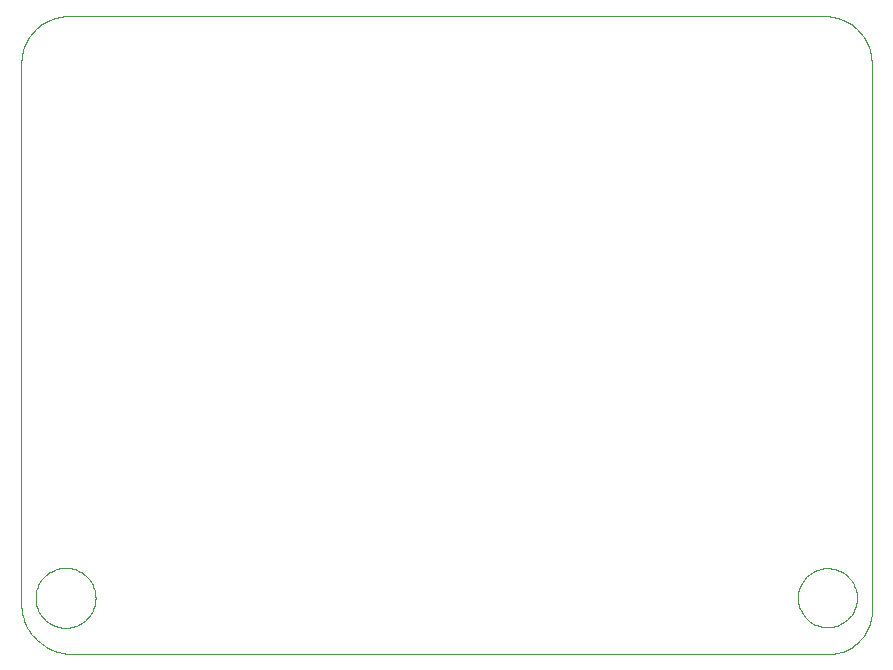
<source format=gko>
G75*
%MOIN*%
%OFA0B0*%
%FSLAX24Y24*%
%IPPOS*%
%LPD*%
%AMOC8*
5,1,8,0,0,1.08239X$1,22.5*
%
%ADD10C,0.0000*%
D10*
X001975Y000105D02*
X027172Y000105D01*
X027172Y000104D02*
X027245Y000113D01*
X027318Y000124D01*
X027390Y000140D01*
X027461Y000159D01*
X027531Y000182D01*
X027600Y000208D01*
X027668Y000238D01*
X027734Y000271D01*
X027798Y000308D01*
X027860Y000347D01*
X027920Y000390D01*
X027978Y000436D01*
X028033Y000484D01*
X028086Y000535D01*
X028136Y000589D01*
X028184Y000646D01*
X028228Y000705D01*
X028270Y000766D01*
X028308Y000828D01*
X028343Y000893D01*
X028375Y000960D01*
X028404Y001028D01*
X028428Y001097D01*
X028450Y001168D01*
X028468Y001239D01*
X028482Y001312D01*
X028492Y001385D01*
X028499Y001458D01*
X028502Y001532D01*
X028501Y001605D01*
X028497Y001679D01*
X028496Y001679D02*
X028496Y019790D01*
X028497Y019790D02*
X028495Y019867D01*
X028489Y019944D01*
X028480Y020021D01*
X028467Y020097D01*
X028450Y020173D01*
X028429Y020247D01*
X028405Y020321D01*
X028377Y020393D01*
X028346Y020463D01*
X028311Y020532D01*
X028273Y020600D01*
X028232Y020665D01*
X028187Y020728D01*
X028139Y020789D01*
X028089Y020848D01*
X028036Y020904D01*
X027980Y020957D01*
X027921Y021007D01*
X027860Y021055D01*
X027797Y021100D01*
X027732Y021141D01*
X027664Y021179D01*
X027595Y021214D01*
X027525Y021245D01*
X027453Y021273D01*
X027379Y021297D01*
X027305Y021318D01*
X027229Y021335D01*
X027153Y021348D01*
X027076Y021357D01*
X026999Y021363D01*
X026922Y021365D01*
X026922Y021364D02*
X001725Y021364D01*
X001725Y021365D02*
X001648Y021363D01*
X001571Y021357D01*
X001494Y021348D01*
X001418Y021335D01*
X001342Y021318D01*
X001268Y021297D01*
X001194Y021273D01*
X001122Y021245D01*
X001052Y021214D01*
X000983Y021179D01*
X000915Y021141D01*
X000850Y021100D01*
X000787Y021055D01*
X000726Y021007D01*
X000667Y020957D01*
X000611Y020904D01*
X000558Y020848D01*
X000508Y020789D01*
X000460Y020728D01*
X000415Y020665D01*
X000374Y020600D01*
X000336Y020532D01*
X000301Y020463D01*
X000270Y020393D01*
X000242Y020321D01*
X000218Y020247D01*
X000197Y020173D01*
X000180Y020097D01*
X000167Y020021D01*
X000158Y019944D01*
X000152Y019867D01*
X000150Y019790D01*
X000150Y001679D01*
X000626Y001975D02*
X000628Y002038D01*
X000634Y002100D01*
X000644Y002162D01*
X000657Y002224D01*
X000675Y002284D01*
X000696Y002343D01*
X000721Y002401D01*
X000750Y002457D01*
X000782Y002511D01*
X000817Y002563D01*
X000855Y002612D01*
X000897Y002660D01*
X000941Y002704D01*
X000989Y002746D01*
X001038Y002784D01*
X001090Y002819D01*
X001144Y002851D01*
X001200Y002880D01*
X001258Y002905D01*
X001317Y002926D01*
X001377Y002944D01*
X001439Y002957D01*
X001501Y002967D01*
X001563Y002973D01*
X001626Y002975D01*
X001689Y002973D01*
X001751Y002967D01*
X001813Y002957D01*
X001875Y002944D01*
X001935Y002926D01*
X001994Y002905D01*
X002052Y002880D01*
X002108Y002851D01*
X002162Y002819D01*
X002214Y002784D01*
X002263Y002746D01*
X002311Y002704D01*
X002355Y002660D01*
X002397Y002612D01*
X002435Y002563D01*
X002470Y002511D01*
X002502Y002457D01*
X002531Y002401D01*
X002556Y002343D01*
X002577Y002284D01*
X002595Y002224D01*
X002608Y002162D01*
X002618Y002100D01*
X002624Y002038D01*
X002626Y001975D01*
X002624Y001912D01*
X002618Y001850D01*
X002608Y001788D01*
X002595Y001726D01*
X002577Y001666D01*
X002556Y001607D01*
X002531Y001549D01*
X002502Y001493D01*
X002470Y001439D01*
X002435Y001387D01*
X002397Y001338D01*
X002355Y001290D01*
X002311Y001246D01*
X002263Y001204D01*
X002214Y001166D01*
X002162Y001131D01*
X002108Y001099D01*
X002052Y001070D01*
X001994Y001045D01*
X001935Y001024D01*
X001875Y001006D01*
X001813Y000993D01*
X001751Y000983D01*
X001689Y000977D01*
X001626Y000975D01*
X001563Y000977D01*
X001501Y000983D01*
X001439Y000993D01*
X001377Y001006D01*
X001317Y001024D01*
X001258Y001045D01*
X001200Y001070D01*
X001144Y001099D01*
X001090Y001131D01*
X001038Y001166D01*
X000989Y001204D01*
X000941Y001246D01*
X000897Y001290D01*
X000855Y001338D01*
X000817Y001387D01*
X000782Y001439D01*
X000750Y001493D01*
X000721Y001549D01*
X000696Y001607D01*
X000675Y001666D01*
X000657Y001726D01*
X000644Y001788D01*
X000634Y001850D01*
X000628Y001912D01*
X000626Y001975D01*
X000151Y001679D02*
X000158Y001598D01*
X000170Y001518D01*
X000186Y001438D01*
X000205Y001360D01*
X000228Y001282D01*
X000255Y001205D01*
X000285Y001130D01*
X000319Y001056D01*
X000356Y000984D01*
X000397Y000914D01*
X000441Y000846D01*
X000488Y000780D01*
X000538Y000716D01*
X000591Y000655D01*
X000648Y000597D01*
X000706Y000541D01*
X000768Y000488D01*
X000832Y000438D01*
X000898Y000391D01*
X000966Y000347D01*
X001036Y000307D01*
X001109Y000270D01*
X001182Y000236D01*
X001258Y000206D01*
X001334Y000180D01*
X001412Y000157D01*
X001491Y000138D01*
X001571Y000123D01*
X001651Y000112D01*
X001732Y000104D01*
X001813Y000100D01*
X001894Y000101D01*
X001975Y000105D01*
X026036Y001975D02*
X026038Y002037D01*
X026044Y002100D01*
X026054Y002161D01*
X026068Y002222D01*
X026085Y002282D01*
X026106Y002341D01*
X026132Y002398D01*
X026160Y002453D01*
X026192Y002507D01*
X026228Y002558D01*
X026266Y002608D01*
X026308Y002654D01*
X026352Y002698D01*
X026400Y002739D01*
X026449Y002777D01*
X026501Y002811D01*
X026555Y002842D01*
X026611Y002870D01*
X026669Y002894D01*
X026728Y002915D01*
X026788Y002931D01*
X026849Y002944D01*
X026911Y002953D01*
X026973Y002958D01*
X027036Y002959D01*
X027098Y002956D01*
X027160Y002949D01*
X027222Y002938D01*
X027282Y002923D01*
X027342Y002905D01*
X027400Y002883D01*
X027457Y002857D01*
X027512Y002827D01*
X027565Y002794D01*
X027616Y002758D01*
X027664Y002719D01*
X027710Y002676D01*
X027753Y002631D01*
X027793Y002583D01*
X027830Y002533D01*
X027864Y002480D01*
X027895Y002426D01*
X027921Y002370D01*
X027945Y002312D01*
X027964Y002252D01*
X027980Y002192D01*
X027992Y002130D01*
X028000Y002069D01*
X028004Y002006D01*
X028004Y001944D01*
X028000Y001881D01*
X027992Y001820D01*
X027980Y001758D01*
X027964Y001698D01*
X027945Y001638D01*
X027921Y001580D01*
X027895Y001524D01*
X027864Y001470D01*
X027830Y001417D01*
X027793Y001367D01*
X027753Y001319D01*
X027710Y001274D01*
X027664Y001231D01*
X027616Y001192D01*
X027565Y001156D01*
X027512Y001123D01*
X027457Y001093D01*
X027400Y001067D01*
X027342Y001045D01*
X027282Y001027D01*
X027222Y001012D01*
X027160Y001001D01*
X027098Y000994D01*
X027036Y000991D01*
X026973Y000992D01*
X026911Y000997D01*
X026849Y001006D01*
X026788Y001019D01*
X026728Y001035D01*
X026669Y001056D01*
X026611Y001080D01*
X026555Y001108D01*
X026501Y001139D01*
X026449Y001173D01*
X026400Y001211D01*
X026352Y001252D01*
X026308Y001296D01*
X026266Y001342D01*
X026228Y001392D01*
X026192Y001443D01*
X026160Y001497D01*
X026132Y001552D01*
X026106Y001609D01*
X026085Y001668D01*
X026068Y001728D01*
X026054Y001789D01*
X026044Y001850D01*
X026038Y001913D01*
X026036Y001975D01*
M02*

</source>
